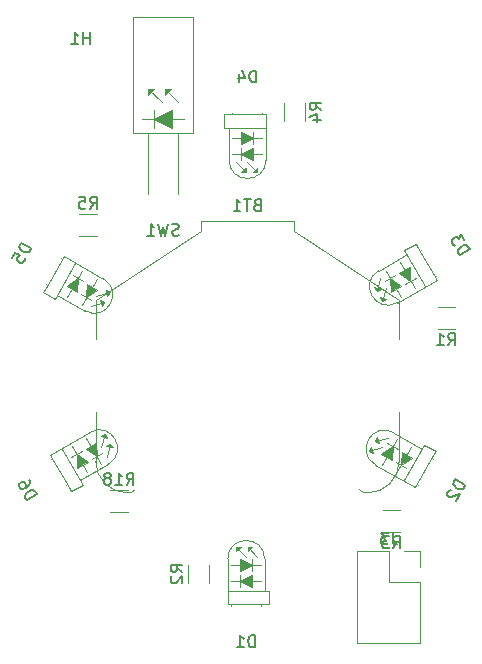
<source format=gbr>
%TF.GenerationSoftware,KiCad,Pcbnew,9.0.4*%
%TF.CreationDate,2025-10-13T15:08:01-05:00*%
%TF.ProjectId,tplane2025,74706c61-6e65-4323-9032-352e6b696361,rev?*%
%TF.SameCoordinates,Original*%
%TF.FileFunction,Legend,Bot*%
%TF.FilePolarity,Positive*%
%FSLAX46Y46*%
G04 Gerber Fmt 4.6, Leading zero omitted, Abs format (unit mm)*
G04 Created by KiCad (PCBNEW 9.0.4) date 2025-10-13 15:08:01*
%MOMM*%
%LPD*%
G01*
G04 APERTURE LIST*
%ADD10C,0.150000*%
%ADD11C,0.120000*%
G04 APERTURE END LIST*
D10*
X148275714Y-64951009D02*
X148132857Y-64998628D01*
X148132857Y-64998628D02*
X148085238Y-65046247D01*
X148085238Y-65046247D02*
X148037619Y-65141485D01*
X148037619Y-65141485D02*
X148037619Y-65284342D01*
X148037619Y-65284342D02*
X148085238Y-65379580D01*
X148085238Y-65379580D02*
X148132857Y-65427200D01*
X148132857Y-65427200D02*
X148228095Y-65474819D01*
X148228095Y-65474819D02*
X148609047Y-65474819D01*
X148609047Y-65474819D02*
X148609047Y-64474819D01*
X148609047Y-64474819D02*
X148275714Y-64474819D01*
X148275714Y-64474819D02*
X148180476Y-64522438D01*
X148180476Y-64522438D02*
X148132857Y-64570057D01*
X148132857Y-64570057D02*
X148085238Y-64665295D01*
X148085238Y-64665295D02*
X148085238Y-64760533D01*
X148085238Y-64760533D02*
X148132857Y-64855771D01*
X148132857Y-64855771D02*
X148180476Y-64903390D01*
X148180476Y-64903390D02*
X148275714Y-64951009D01*
X148275714Y-64951009D02*
X148609047Y-64951009D01*
X147751904Y-64474819D02*
X147180476Y-64474819D01*
X147466190Y-65474819D02*
X147466190Y-64474819D01*
X146323333Y-65474819D02*
X146894761Y-65474819D01*
X146609047Y-65474819D02*
X146609047Y-64474819D01*
X146609047Y-64474819D02*
X146704285Y-64617676D01*
X146704285Y-64617676D02*
X146799523Y-64712914D01*
X146799523Y-64712914D02*
X146894761Y-64760533D01*
X137252857Y-88684819D02*
X137586190Y-88208628D01*
X137824285Y-88684819D02*
X137824285Y-87684819D01*
X137824285Y-87684819D02*
X137443333Y-87684819D01*
X137443333Y-87684819D02*
X137348095Y-87732438D01*
X137348095Y-87732438D02*
X137300476Y-87780057D01*
X137300476Y-87780057D02*
X137252857Y-87875295D01*
X137252857Y-87875295D02*
X137252857Y-88018152D01*
X137252857Y-88018152D02*
X137300476Y-88113390D01*
X137300476Y-88113390D02*
X137348095Y-88161009D01*
X137348095Y-88161009D02*
X137443333Y-88208628D01*
X137443333Y-88208628D02*
X137824285Y-88208628D01*
X136300476Y-88684819D02*
X136871904Y-88684819D01*
X136586190Y-88684819D02*
X136586190Y-87684819D01*
X136586190Y-87684819D02*
X136681428Y-87827676D01*
X136681428Y-87827676D02*
X136776666Y-87922914D01*
X136776666Y-87922914D02*
X136871904Y-87970533D01*
X135729047Y-88113390D02*
X135824285Y-88065771D01*
X135824285Y-88065771D02*
X135871904Y-88018152D01*
X135871904Y-88018152D02*
X135919523Y-87922914D01*
X135919523Y-87922914D02*
X135919523Y-87875295D01*
X135919523Y-87875295D02*
X135871904Y-87780057D01*
X135871904Y-87780057D02*
X135824285Y-87732438D01*
X135824285Y-87732438D02*
X135729047Y-87684819D01*
X135729047Y-87684819D02*
X135538571Y-87684819D01*
X135538571Y-87684819D02*
X135443333Y-87732438D01*
X135443333Y-87732438D02*
X135395714Y-87780057D01*
X135395714Y-87780057D02*
X135348095Y-87875295D01*
X135348095Y-87875295D02*
X135348095Y-87922914D01*
X135348095Y-87922914D02*
X135395714Y-88018152D01*
X135395714Y-88018152D02*
X135443333Y-88065771D01*
X135443333Y-88065771D02*
X135538571Y-88113390D01*
X135538571Y-88113390D02*
X135729047Y-88113390D01*
X135729047Y-88113390D02*
X135824285Y-88161009D01*
X135824285Y-88161009D02*
X135871904Y-88208628D01*
X135871904Y-88208628D02*
X135919523Y-88303866D01*
X135919523Y-88303866D02*
X135919523Y-88494342D01*
X135919523Y-88494342D02*
X135871904Y-88589580D01*
X135871904Y-88589580D02*
X135824285Y-88637200D01*
X135824285Y-88637200D02*
X135729047Y-88684819D01*
X135729047Y-88684819D02*
X135538571Y-88684819D01*
X135538571Y-88684819D02*
X135443333Y-88637200D01*
X135443333Y-88637200D02*
X135395714Y-88589580D01*
X135395714Y-88589580D02*
X135348095Y-88494342D01*
X135348095Y-88494342D02*
X135348095Y-88303866D01*
X135348095Y-88303866D02*
X135395714Y-88208628D01*
X135395714Y-88208628D02*
X135443333Y-88161009D01*
X135443333Y-88161009D02*
X135538571Y-88113390D01*
X141673332Y-67527200D02*
X141530475Y-67574819D01*
X141530475Y-67574819D02*
X141292380Y-67574819D01*
X141292380Y-67574819D02*
X141197142Y-67527200D01*
X141197142Y-67527200D02*
X141149523Y-67479580D01*
X141149523Y-67479580D02*
X141101904Y-67384342D01*
X141101904Y-67384342D02*
X141101904Y-67289104D01*
X141101904Y-67289104D02*
X141149523Y-67193866D01*
X141149523Y-67193866D02*
X141197142Y-67146247D01*
X141197142Y-67146247D02*
X141292380Y-67098628D01*
X141292380Y-67098628D02*
X141482856Y-67051009D01*
X141482856Y-67051009D02*
X141578094Y-67003390D01*
X141578094Y-67003390D02*
X141625713Y-66955771D01*
X141625713Y-66955771D02*
X141673332Y-66860533D01*
X141673332Y-66860533D02*
X141673332Y-66765295D01*
X141673332Y-66765295D02*
X141625713Y-66670057D01*
X141625713Y-66670057D02*
X141578094Y-66622438D01*
X141578094Y-66622438D02*
X141482856Y-66574819D01*
X141482856Y-66574819D02*
X141244761Y-66574819D01*
X141244761Y-66574819D02*
X141101904Y-66622438D01*
X140768570Y-66574819D02*
X140530475Y-67574819D01*
X140530475Y-67574819D02*
X140339999Y-66860533D01*
X140339999Y-66860533D02*
X140149523Y-67574819D01*
X140149523Y-67574819D02*
X139911428Y-66574819D01*
X139006666Y-67574819D02*
X139578094Y-67574819D01*
X139292380Y-67574819D02*
X139292380Y-66574819D01*
X139292380Y-66574819D02*
X139387618Y-66717676D01*
X139387618Y-66717676D02*
X139482856Y-66812914D01*
X139482856Y-66812914D02*
X139578094Y-66860533D01*
X128812752Y-89966765D02*
X129678777Y-89466765D01*
X129678777Y-89466765D02*
X129559730Y-89260568D01*
X129559730Y-89260568D02*
X129447062Y-89160660D01*
X129447062Y-89160660D02*
X129316964Y-89125800D01*
X129316964Y-89125800D02*
X129210676Y-89132180D01*
X129210676Y-89132180D02*
X129021909Y-89186179D01*
X129021909Y-89186179D02*
X128898191Y-89257607D01*
X128898191Y-89257607D02*
X128757044Y-89394085D01*
X128757044Y-89394085D02*
X128698375Y-89482943D01*
X128698375Y-89482943D02*
X128663515Y-89613041D01*
X128663515Y-89613041D02*
X128693704Y-89760568D01*
X128693704Y-89760568D02*
X128812752Y-89966765D01*
X128964492Y-88229586D02*
X129059730Y-88394543D01*
X129059730Y-88394543D02*
X129066110Y-88500831D01*
X129066110Y-88500831D02*
X129048680Y-88565880D01*
X129048680Y-88565880D02*
X128972581Y-88719787D01*
X128972581Y-88719787D02*
X128831433Y-88856264D01*
X128831433Y-88856264D02*
X128501519Y-89046741D01*
X128501519Y-89046741D02*
X128395231Y-89053120D01*
X128395231Y-89053120D02*
X128330182Y-89035691D01*
X128330182Y-89035691D02*
X128241323Y-88977022D01*
X128241323Y-88977022D02*
X128146085Y-88812064D01*
X128146085Y-88812064D02*
X128139706Y-88705776D01*
X128139706Y-88705776D02*
X128157135Y-88640727D01*
X128157135Y-88640727D02*
X128215804Y-88551869D01*
X128215804Y-88551869D02*
X128422001Y-88432821D01*
X128422001Y-88432821D02*
X128528289Y-88426442D01*
X128528289Y-88426442D02*
X128593338Y-88443871D01*
X128593338Y-88443871D02*
X128682196Y-88502540D01*
X128682196Y-88502540D02*
X128777434Y-88667498D01*
X128777434Y-88667498D02*
X128783814Y-88773786D01*
X128783814Y-88773786D02*
X128766384Y-88838835D01*
X128766384Y-88838835D02*
X128707715Y-88927693D01*
X134154166Y-65294819D02*
X134487499Y-64818628D01*
X134725594Y-65294819D02*
X134725594Y-64294819D01*
X134725594Y-64294819D02*
X134344642Y-64294819D01*
X134344642Y-64294819D02*
X134249404Y-64342438D01*
X134249404Y-64342438D02*
X134201785Y-64390057D01*
X134201785Y-64390057D02*
X134154166Y-64485295D01*
X134154166Y-64485295D02*
X134154166Y-64628152D01*
X134154166Y-64628152D02*
X134201785Y-64723390D01*
X134201785Y-64723390D02*
X134249404Y-64771009D01*
X134249404Y-64771009D02*
X134344642Y-64818628D01*
X134344642Y-64818628D02*
X134725594Y-64818628D01*
X133249404Y-64294819D02*
X133725594Y-64294819D01*
X133725594Y-64294819D02*
X133773213Y-64771009D01*
X133773213Y-64771009D02*
X133725594Y-64723390D01*
X133725594Y-64723390D02*
X133630356Y-64675771D01*
X133630356Y-64675771D02*
X133392261Y-64675771D01*
X133392261Y-64675771D02*
X133297023Y-64723390D01*
X133297023Y-64723390D02*
X133249404Y-64771009D01*
X133249404Y-64771009D02*
X133201785Y-64866247D01*
X133201785Y-64866247D02*
X133201785Y-65104342D01*
X133201785Y-65104342D02*
X133249404Y-65199580D01*
X133249404Y-65199580D02*
X133297023Y-65247200D01*
X133297023Y-65247200D02*
X133392261Y-65294819D01*
X133392261Y-65294819D02*
X133630356Y-65294819D01*
X133630356Y-65294819D02*
X133725594Y-65247200D01*
X133725594Y-65247200D02*
X133773213Y-65199580D01*
X165449094Y-69246798D02*
X166315119Y-68746798D01*
X166315119Y-68746798D02*
X166196072Y-68540601D01*
X166196072Y-68540601D02*
X166083404Y-68440693D01*
X166083404Y-68440693D02*
X165953306Y-68405833D01*
X165953306Y-68405833D02*
X165847018Y-68412213D01*
X165847018Y-68412213D02*
X165658251Y-68466212D01*
X165658251Y-68466212D02*
X165534533Y-68537640D01*
X165534533Y-68537640D02*
X165393386Y-68674118D01*
X165393386Y-68674118D02*
X165334717Y-68762976D01*
X165334717Y-68762976D02*
X165299857Y-68893074D01*
X165299857Y-68893074D02*
X165330046Y-69040601D01*
X165330046Y-69040601D02*
X165449094Y-69246798D01*
X165862738Y-67963251D02*
X165553215Y-67427140D01*
X165553215Y-67427140D02*
X165389967Y-67906291D01*
X165389967Y-67906291D02*
X165318538Y-67782573D01*
X165318538Y-67782573D02*
X165229680Y-67723904D01*
X165229680Y-67723904D02*
X165164631Y-67706475D01*
X165164631Y-67706475D02*
X165058343Y-67712854D01*
X165058343Y-67712854D02*
X164852146Y-67831902D01*
X164852146Y-67831902D02*
X164793477Y-67920760D01*
X164793477Y-67920760D02*
X164776048Y-67985809D01*
X164776048Y-67985809D02*
X164782427Y-68092097D01*
X164782427Y-68092097D02*
X164925285Y-68339533D01*
X164925285Y-68339533D02*
X165014143Y-68398202D01*
X165014143Y-68398202D02*
X165079192Y-68415632D01*
X148118094Y-102434819D02*
X148118094Y-101434819D01*
X148118094Y-101434819D02*
X147879999Y-101434819D01*
X147879999Y-101434819D02*
X147737142Y-101482438D01*
X147737142Y-101482438D02*
X147641904Y-101577676D01*
X147641904Y-101577676D02*
X147594285Y-101672914D01*
X147594285Y-101672914D02*
X147546666Y-101863390D01*
X147546666Y-101863390D02*
X147546666Y-102006247D01*
X147546666Y-102006247D02*
X147594285Y-102196723D01*
X147594285Y-102196723D02*
X147641904Y-102291961D01*
X147641904Y-102291961D02*
X147737142Y-102387200D01*
X147737142Y-102387200D02*
X147879999Y-102434819D01*
X147879999Y-102434819D02*
X148118094Y-102434819D01*
X146594285Y-102434819D02*
X147165713Y-102434819D01*
X146879999Y-102434819D02*
X146879999Y-101434819D01*
X146879999Y-101434819D02*
X146975237Y-101577676D01*
X146975237Y-101577676D02*
X147070475Y-101672914D01*
X147070475Y-101672914D02*
X147165713Y-101720533D01*
X159829166Y-94034819D02*
X160162499Y-93558628D01*
X160400594Y-94034819D02*
X160400594Y-93034819D01*
X160400594Y-93034819D02*
X160019642Y-93034819D01*
X160019642Y-93034819D02*
X159924404Y-93082438D01*
X159924404Y-93082438D02*
X159876785Y-93130057D01*
X159876785Y-93130057D02*
X159829166Y-93225295D01*
X159829166Y-93225295D02*
X159829166Y-93368152D01*
X159829166Y-93368152D02*
X159876785Y-93463390D01*
X159876785Y-93463390D02*
X159924404Y-93511009D01*
X159924404Y-93511009D02*
X160019642Y-93558628D01*
X160019642Y-93558628D02*
X160400594Y-93558628D01*
X159495832Y-93034819D02*
X158876785Y-93034819D01*
X158876785Y-93034819D02*
X159210118Y-93415771D01*
X159210118Y-93415771D02*
X159067261Y-93415771D01*
X159067261Y-93415771D02*
X158972023Y-93463390D01*
X158972023Y-93463390D02*
X158924404Y-93511009D01*
X158924404Y-93511009D02*
X158876785Y-93606247D01*
X158876785Y-93606247D02*
X158876785Y-93844342D01*
X158876785Y-93844342D02*
X158924404Y-93939580D01*
X158924404Y-93939580D02*
X158972023Y-93987200D01*
X158972023Y-93987200D02*
X159067261Y-94034819D01*
X159067261Y-94034819D02*
X159352975Y-94034819D01*
X159352975Y-94034819D02*
X159448213Y-93987200D01*
X159448213Y-93987200D02*
X159495832Y-93939580D01*
X164479166Y-76854819D02*
X164812499Y-76378628D01*
X165050594Y-76854819D02*
X165050594Y-75854819D01*
X165050594Y-75854819D02*
X164669642Y-75854819D01*
X164669642Y-75854819D02*
X164574404Y-75902438D01*
X164574404Y-75902438D02*
X164526785Y-75950057D01*
X164526785Y-75950057D02*
X164479166Y-76045295D01*
X164479166Y-76045295D02*
X164479166Y-76188152D01*
X164479166Y-76188152D02*
X164526785Y-76283390D01*
X164526785Y-76283390D02*
X164574404Y-76331009D01*
X164574404Y-76331009D02*
X164669642Y-76378628D01*
X164669642Y-76378628D02*
X165050594Y-76378628D01*
X163526785Y-76854819D02*
X164098213Y-76854819D01*
X163812499Y-76854819D02*
X163812499Y-75854819D01*
X163812499Y-75854819D02*
X163907737Y-75997676D01*
X163907737Y-75997676D02*
X164002975Y-76092914D01*
X164002975Y-76092914D02*
X164098213Y-76140533D01*
X159773333Y-92724819D02*
X159773333Y-93439104D01*
X159773333Y-93439104D02*
X159820952Y-93581961D01*
X159820952Y-93581961D02*
X159916190Y-93677200D01*
X159916190Y-93677200D02*
X160059047Y-93724819D01*
X160059047Y-93724819D02*
X160154285Y-93724819D01*
X159392380Y-92724819D02*
X158773333Y-92724819D01*
X158773333Y-92724819D02*
X159106666Y-93105771D01*
X159106666Y-93105771D02*
X158963809Y-93105771D01*
X158963809Y-93105771D02*
X158868571Y-93153390D01*
X158868571Y-93153390D02*
X158820952Y-93201009D01*
X158820952Y-93201009D02*
X158773333Y-93296247D01*
X158773333Y-93296247D02*
X158773333Y-93534342D01*
X158773333Y-93534342D02*
X158820952Y-93629580D01*
X158820952Y-93629580D02*
X158868571Y-93677200D01*
X158868571Y-93677200D02*
X158963809Y-93724819D01*
X158963809Y-93724819D02*
X159249523Y-93724819D01*
X159249523Y-93724819D02*
X159344761Y-93677200D01*
X159344761Y-93677200D02*
X159392380Y-93629580D01*
X148228094Y-54599819D02*
X148228094Y-53599819D01*
X148228094Y-53599819D02*
X147989999Y-53599819D01*
X147989999Y-53599819D02*
X147847142Y-53647438D01*
X147847142Y-53647438D02*
X147751904Y-53742676D01*
X147751904Y-53742676D02*
X147704285Y-53837914D01*
X147704285Y-53837914D02*
X147656666Y-54028390D01*
X147656666Y-54028390D02*
X147656666Y-54171247D01*
X147656666Y-54171247D02*
X147704285Y-54361723D01*
X147704285Y-54361723D02*
X147751904Y-54456961D01*
X147751904Y-54456961D02*
X147847142Y-54552200D01*
X147847142Y-54552200D02*
X147989999Y-54599819D01*
X147989999Y-54599819D02*
X148228094Y-54599819D01*
X146799523Y-53933152D02*
X146799523Y-54599819D01*
X147037618Y-53552200D02*
X147275713Y-54266485D01*
X147275713Y-54266485D02*
X146656666Y-54266485D01*
X134161904Y-51374819D02*
X134161904Y-50374819D01*
X134161904Y-50851009D02*
X133590476Y-50851009D01*
X133590476Y-51374819D02*
X133590476Y-50374819D01*
X132590476Y-51374819D02*
X133161904Y-51374819D01*
X132876190Y-51374819D02*
X132876190Y-50374819D01*
X132876190Y-50374819D02*
X132971428Y-50517676D01*
X132971428Y-50517676D02*
X133066666Y-50612914D01*
X133066666Y-50612914D02*
X133161904Y-50660533D01*
X141984819Y-96055833D02*
X141508628Y-95722500D01*
X141984819Y-95484405D02*
X140984819Y-95484405D01*
X140984819Y-95484405D02*
X140984819Y-95865357D01*
X140984819Y-95865357D02*
X141032438Y-95960595D01*
X141032438Y-95960595D02*
X141080057Y-96008214D01*
X141080057Y-96008214D02*
X141175295Y-96055833D01*
X141175295Y-96055833D02*
X141318152Y-96055833D01*
X141318152Y-96055833D02*
X141413390Y-96008214D01*
X141413390Y-96008214D02*
X141461009Y-95960595D01*
X141461009Y-95960595D02*
X141508628Y-95865357D01*
X141508628Y-95865357D02*
X141508628Y-95484405D01*
X141080057Y-96436786D02*
X141032438Y-96484405D01*
X141032438Y-96484405D02*
X140984819Y-96579643D01*
X140984819Y-96579643D02*
X140984819Y-96817738D01*
X140984819Y-96817738D02*
X141032438Y-96912976D01*
X141032438Y-96912976D02*
X141080057Y-96960595D01*
X141080057Y-96960595D02*
X141175295Y-97008214D01*
X141175295Y-97008214D02*
X141270533Y-97008214D01*
X141270533Y-97008214D02*
X141413390Y-96960595D01*
X141413390Y-96960595D02*
X141984819Y-96389167D01*
X141984819Y-96389167D02*
X141984819Y-97008214D01*
X165946864Y-88713380D02*
X165080838Y-88213380D01*
X165080838Y-88213380D02*
X164961791Y-88419577D01*
X164961791Y-88419577D02*
X164931601Y-88567104D01*
X164931601Y-88567104D02*
X164966461Y-88697202D01*
X164966461Y-88697202D02*
X165025130Y-88786060D01*
X165025130Y-88786060D02*
X165166278Y-88922538D01*
X165166278Y-88922538D02*
X165289996Y-88993966D01*
X165289996Y-88993966D02*
X165478762Y-89047965D01*
X165478762Y-89047965D02*
X165585051Y-89054345D01*
X165585051Y-89054345D02*
X165715148Y-89019485D01*
X165715148Y-89019485D02*
X165827816Y-88919577D01*
X165827816Y-88919577D02*
X165946864Y-88713380D01*
X164687126Y-89085785D02*
X164622078Y-89103215D01*
X164622078Y-89103215D02*
X164533219Y-89161884D01*
X164533219Y-89161884D02*
X164414172Y-89368081D01*
X164414172Y-89368081D02*
X164407792Y-89474369D01*
X164407792Y-89474369D02*
X164425222Y-89539418D01*
X164425222Y-89539418D02*
X164483891Y-89628276D01*
X164483891Y-89628276D02*
X164566369Y-89675895D01*
X164566369Y-89675895D02*
X164713897Y-89706084D01*
X164713897Y-89706084D02*
X165494483Y-89496927D01*
X165494483Y-89496927D02*
X165184959Y-90033038D01*
X129189001Y-68663021D02*
X128322975Y-68163021D01*
X128322975Y-68163021D02*
X128203928Y-68369218D01*
X128203928Y-68369218D02*
X128173738Y-68516745D01*
X128173738Y-68516745D02*
X128208598Y-68646843D01*
X128208598Y-68646843D02*
X128267267Y-68735701D01*
X128267267Y-68735701D02*
X128408415Y-68872179D01*
X128408415Y-68872179D02*
X128532133Y-68943607D01*
X128532133Y-68943607D02*
X128720899Y-68997606D01*
X128720899Y-68997606D02*
X128827188Y-69003986D01*
X128827188Y-69003986D02*
X128957285Y-68969126D01*
X128957285Y-68969126D02*
X129069953Y-68869218D01*
X129069953Y-68869218D02*
X129189001Y-68663021D01*
X127584880Y-69441440D02*
X127822975Y-69029047D01*
X127822975Y-69029047D02*
X128259178Y-69225903D01*
X128259178Y-69225903D02*
X128194129Y-69243332D01*
X128194129Y-69243332D02*
X128105271Y-69302001D01*
X128105271Y-69302001D02*
X127986223Y-69508198D01*
X127986223Y-69508198D02*
X127979843Y-69614486D01*
X127979843Y-69614486D02*
X127997273Y-69679535D01*
X127997273Y-69679535D02*
X128055942Y-69768393D01*
X128055942Y-69768393D02*
X128262139Y-69887441D01*
X128262139Y-69887441D02*
X128368427Y-69893821D01*
X128368427Y-69893821D02*
X128433476Y-69876391D01*
X128433476Y-69876391D02*
X128522334Y-69817722D01*
X128522334Y-69817722D02*
X128641382Y-69611525D01*
X128641382Y-69611525D02*
X128647761Y-69505237D01*
X128647761Y-69505237D02*
X128630332Y-69440188D01*
X153744819Y-56940833D02*
X153268628Y-56607500D01*
X153744819Y-56369405D02*
X152744819Y-56369405D01*
X152744819Y-56369405D02*
X152744819Y-56750357D01*
X152744819Y-56750357D02*
X152792438Y-56845595D01*
X152792438Y-56845595D02*
X152840057Y-56893214D01*
X152840057Y-56893214D02*
X152935295Y-56940833D01*
X152935295Y-56940833D02*
X153078152Y-56940833D01*
X153078152Y-56940833D02*
X153173390Y-56893214D01*
X153173390Y-56893214D02*
X153221009Y-56845595D01*
X153221009Y-56845595D02*
X153268628Y-56750357D01*
X153268628Y-56750357D02*
X153268628Y-56369405D01*
X153078152Y-57797976D02*
X153744819Y-57797976D01*
X152697200Y-57559881D02*
X153411485Y-57321786D01*
X153411485Y-57321786D02*
X153411485Y-57940833D01*
D11*
%TO.C,BT1*%
X134640000Y-73020000D02*
X134640000Y-76320000D01*
X134640000Y-82520000D02*
X134640000Y-86720000D01*
X143540000Y-66370000D02*
X143540000Y-67170000D01*
X143540000Y-67170000D02*
X134640000Y-73020000D01*
X151440000Y-66370000D02*
X143540000Y-66370000D01*
X151440000Y-66370000D02*
X151440000Y-67170000D01*
X151440000Y-67170000D02*
X160340000Y-73020000D01*
X160340000Y-73020000D02*
X160340000Y-76320000D01*
X160340000Y-82520000D02*
X160340000Y-86720000D01*
X137340000Y-89370000D02*
G75*
G02*
X134640000Y-86670000I0J2700000D01*
G01*
X138011751Y-89091751D02*
G75*
G02*
X137340000Y-89369999I-671751J671751D01*
G01*
X157640000Y-89370000D02*
G75*
G02*
X156968249Y-89091751I2J950003D01*
G01*
X160340000Y-86670000D02*
G75*
G02*
X157640000Y-89370000I-2700001J1D01*
G01*
%TO.C,R18*%
X137337064Y-89150000D02*
X135882936Y-89150000D01*
X137337064Y-90970000D02*
X135882936Y-90970000D01*
%TO.C,SW1*%
X137780000Y-49050000D02*
X142900000Y-49050000D01*
X137780000Y-58870000D02*
X137780000Y-49050000D01*
X139070000Y-58870000D02*
X139070000Y-58870000D01*
X139070000Y-58870000D02*
X139070000Y-64080000D01*
X139070000Y-64080000D02*
X139070000Y-58870000D01*
X139070000Y-64080000D02*
X139070000Y-64080000D01*
X139578000Y-57667000D02*
X138562000Y-57667000D01*
X139578000Y-58429000D02*
X139578000Y-56905000D01*
X140213000Y-56270000D02*
X139070000Y-55127000D01*
X141610000Y-56270000D02*
X140467000Y-55127000D01*
X141610000Y-58870000D02*
X141610000Y-58870000D01*
X141610000Y-58870000D02*
X141610000Y-64080000D01*
X141610000Y-64080000D02*
X141610000Y-58870000D01*
X141610000Y-64080000D02*
X141610000Y-64080000D01*
X142118000Y-57667000D02*
X141102000Y-57667000D01*
X142900000Y-49050000D02*
X142900000Y-58870000D01*
X142900000Y-58870000D02*
X137780000Y-58870000D01*
X139070000Y-55635000D02*
X139070000Y-55127000D01*
X139578000Y-55127000D01*
X139070000Y-55635000D01*
G36*
X139070000Y-55635000D02*
G01*
X139070000Y-55127000D01*
X139578000Y-55127000D01*
X139070000Y-55635000D01*
G37*
X140467000Y-55635000D02*
X140467000Y-55127000D01*
X140975000Y-55127000D01*
X140467000Y-55635000D01*
G36*
X140467000Y-55635000D02*
G01*
X140467000Y-55127000D01*
X140975000Y-55127000D01*
X140467000Y-55635000D01*
G37*
X141102000Y-58429000D02*
X139578000Y-57667000D01*
X141102000Y-56905000D01*
X141102000Y-58429000D01*
G36*
X141102000Y-58429000D02*
G01*
X139578000Y-57667000D01*
X141102000Y-56905000D01*
X141102000Y-58429000D01*
G37*
%TO.C,D6*%
X130802891Y-86164148D02*
X132362891Y-88866147D01*
X130802891Y-86164148D02*
X134145749Y-84234148D01*
X130835307Y-86480295D02*
X130835307Y-86480295D01*
X130835307Y-86480295D02*
X130947891Y-86415295D01*
X130947891Y-86415295D02*
X130835307Y-86480295D01*
X130947891Y-86415295D02*
X130947891Y-86415295D01*
X132105308Y-88680000D02*
X132105308Y-88680000D01*
X132105308Y-88680000D02*
X132217891Y-88615000D01*
X132217891Y-88615000D02*
X132105308Y-88680000D01*
X132217891Y-88615000D02*
X132217891Y-88615000D01*
X132362891Y-88866147D02*
X132562891Y-89212557D01*
X132562891Y-89212557D02*
X133532839Y-88652557D01*
X132590690Y-86346706D02*
X133470571Y-85838705D01*
X133332839Y-88306147D02*
X135705749Y-86936147D01*
X133532839Y-88652557D02*
X131790839Y-85635325D01*
X133859468Y-84734295D02*
X135129468Y-86934000D01*
X133919632Y-87632499D02*
X132649631Y-85432795D01*
X135099387Y-85484897D02*
X135401541Y-84357243D01*
X135188409Y-86020088D02*
X134308527Y-86528088D01*
X135575637Y-86309786D02*
X135877791Y-85182132D01*
X134145749Y-84234148D02*
G75*
G02*
X135705749Y-86936146I780000J-1350999D01*
G01*
X134748468Y-86274088D02*
X133800527Y-85648206D01*
X134680409Y-85140206D01*
X134748468Y-86274088D01*
G36*
X134748468Y-86274088D02*
G01*
X133800527Y-85648206D01*
X134680409Y-85140206D01*
X134748468Y-86274088D01*
G37*
X133978572Y-86718588D02*
X133098690Y-87226588D01*
X133030631Y-86092706D01*
X133978572Y-86718588D01*
G36*
X133978572Y-86718588D02*
G01*
X133098690Y-87226588D01*
X133030631Y-86092706D01*
X133978572Y-86718588D01*
G37*
X135592041Y-84687199D02*
X135071585Y-84547743D01*
X135401541Y-84357243D01*
X135592041Y-84687199D01*
G36*
X135592041Y-84687199D02*
G01*
X135071585Y-84547743D01*
X135401541Y-84357243D01*
X135592041Y-84687199D01*
G37*
X136068291Y-85512088D02*
X135547835Y-85372632D01*
X135877791Y-85182132D01*
X136068291Y-85512088D01*
G36*
X136068291Y-85512088D02*
G01*
X135547835Y-85372632D01*
X135877791Y-85182132D01*
X136068291Y-85512088D01*
G37*
%TO.C,R5*%
X134714564Y-65760000D02*
X133260436Y-65760000D01*
X134714564Y-67580000D02*
X133260436Y-67580000D01*
%TO.C,D3*%
X158735885Y-71170541D02*
X158433731Y-72298195D01*
X159123113Y-71460239D02*
X160002995Y-70952239D01*
X159212135Y-71995430D02*
X158909981Y-73123084D01*
X160391891Y-69847827D02*
X161661891Y-72047532D01*
X160452054Y-72746032D02*
X159182054Y-70546327D01*
X160778683Y-68827770D02*
X162520683Y-71845002D01*
X160978683Y-69174180D02*
X158605773Y-70544180D01*
X161720832Y-71133621D02*
X160840950Y-71641621D01*
X161748631Y-68267770D02*
X160778683Y-68827770D01*
X161948631Y-68614180D02*
X161748631Y-68267770D01*
X162093631Y-68865327D02*
X162093631Y-68865327D01*
X162093631Y-68865327D02*
X162206215Y-68800327D01*
X162206215Y-68800327D02*
X162093631Y-68865327D01*
X162206215Y-68800327D02*
X162206215Y-68800327D01*
X163363631Y-71065032D02*
X163363631Y-71065032D01*
X163363631Y-71065032D02*
X163476215Y-71000032D01*
X163476215Y-71000032D02*
X163363631Y-71065032D01*
X163476215Y-71000032D02*
X163476215Y-71000032D01*
X163508631Y-71316179D02*
X160165773Y-73246179D01*
X163508631Y-71316179D02*
X161948631Y-68614180D01*
X160165773Y-73246179D02*
G75*
G02*
X158605773Y-70544181I-780000J1350999D01*
G01*
X158763687Y-72107695D02*
X158433731Y-72298195D01*
X158243231Y-71968239D01*
X158763687Y-72107695D01*
G36*
X158763687Y-72107695D02*
G01*
X158433731Y-72298195D01*
X158243231Y-71968239D01*
X158763687Y-72107695D01*
G37*
X159239937Y-72932584D02*
X158909981Y-73123084D01*
X158719481Y-72793128D01*
X159239937Y-72932584D01*
G36*
X159239937Y-72932584D02*
G01*
X158909981Y-73123084D01*
X158719481Y-72793128D01*
X159239937Y-72932584D01*
G37*
X161280891Y-71387621D02*
X160332950Y-70761739D01*
X161212832Y-70253739D01*
X161280891Y-71387621D01*
G36*
X161280891Y-71387621D02*
G01*
X160332950Y-70761739D01*
X161212832Y-70253739D01*
X161280891Y-71387621D01*
G37*
X160510995Y-71832121D02*
X159631113Y-72340121D01*
X159563054Y-71206239D01*
X160510995Y-71832121D01*
G36*
X160510995Y-71832121D02*
G01*
X159631113Y-72340121D01*
X159563054Y-71206239D01*
X160510995Y-71832121D01*
G37*
%TO.C,D1*%
X145820000Y-98810000D02*
X145820000Y-94950000D01*
X145820000Y-98810000D02*
X148940000Y-98810000D01*
X146110000Y-95448000D02*
X148650000Y-95448000D01*
X146110000Y-98810000D02*
X146110000Y-98810000D01*
X146110000Y-98810000D02*
X146110000Y-98940000D01*
X146110000Y-98940000D02*
X146110000Y-98810000D01*
X146110000Y-98940000D02*
X146110000Y-98940000D01*
X146872000Y-97353000D02*
X146872000Y-96336999D01*
X147380000Y-94749500D02*
X146554500Y-93924000D01*
X147888000Y-94940000D02*
X147888000Y-95956000D01*
X148332500Y-94749500D02*
X147507000Y-93924000D01*
X148650000Y-98940001D02*
X148650000Y-98940001D01*
X148650000Y-98940001D02*
X148650001Y-98810000D01*
X148650001Y-96845000D02*
X146110000Y-96845000D01*
X148650001Y-98810000D02*
X148650000Y-98940001D01*
X148650001Y-98810000D02*
X148650001Y-98810000D01*
X148940000Y-97690000D02*
X148940000Y-94950000D01*
X148940000Y-98810000D02*
X149340000Y-98810000D01*
X149340000Y-97690000D02*
X145856000Y-97690000D01*
X149340000Y-98810000D02*
X149340000Y-97690000D01*
X145820000Y-94950000D02*
G75*
G02*
X148940000Y-94950000I1560000J0D01*
G01*
X146554500Y-94305000D02*
X146554500Y-93924000D01*
X146935500Y-93924000D01*
X146554500Y-94305000D01*
G36*
X146554500Y-94305000D02*
G01*
X146554500Y-93924000D01*
X146935500Y-93924000D01*
X146554500Y-94305000D01*
G37*
X147888000Y-95448000D02*
X146872000Y-95956000D01*
X146872000Y-94940000D01*
X147888000Y-95448000D01*
G36*
X147888000Y-95448000D02*
G01*
X146872000Y-95956000D01*
X146872000Y-94940000D01*
X147888000Y-95448000D01*
G37*
X147506999Y-94305000D02*
X147507000Y-93924000D01*
X147888000Y-93924000D01*
X147506999Y-94305000D01*
G36*
X147506999Y-94305000D02*
G01*
X147507000Y-93924000D01*
X147888000Y-93924000D01*
X147506999Y-94305000D01*
G37*
X147888000Y-97353000D02*
X146872000Y-96845000D01*
X147888000Y-96337000D01*
X147888000Y-97353000D01*
G36*
X147888000Y-97353000D02*
G01*
X146872000Y-96845000D01*
X147888000Y-96337000D01*
X147888000Y-97353000D01*
G37*
%TO.C,R3*%
X158935436Y-90840000D02*
X160389564Y-90840000D01*
X158935436Y-92660000D02*
X160389564Y-92660000D01*
%TO.C,R1*%
X163585436Y-73660000D02*
X165039564Y-73660000D01*
X163585436Y-75480000D02*
X165039564Y-75480000D01*
%TO.C,J3*%
X156790000Y-94270000D02*
X156790000Y-102110000D01*
X159440000Y-94270000D02*
X156790000Y-94270000D01*
X159440000Y-96920000D02*
X159440000Y-94270000D01*
X162090000Y-94270000D02*
X160710000Y-94270000D01*
X162090000Y-95650000D02*
X162090000Y-94270000D01*
X162090000Y-96920000D02*
X159440000Y-96920000D01*
X162090000Y-96920000D02*
X162090000Y-102110000D01*
X162090000Y-102110000D02*
X156790000Y-102110000D01*
%TO.C,D4*%
X145530000Y-57315000D02*
X145530000Y-58435000D01*
X145530000Y-58435000D02*
X149014000Y-58435000D01*
X145930000Y-57315000D02*
X145530000Y-57315000D01*
X145930000Y-58435000D02*
X145930000Y-61175000D01*
X146220000Y-57185000D02*
X146220000Y-57185000D01*
X146220000Y-57185000D02*
X146220000Y-57315000D01*
X146220000Y-57315000D02*
X146220000Y-57185000D01*
X146220000Y-57315000D02*
X146220000Y-57315000D01*
X146220000Y-59280000D02*
X148760000Y-59280000D01*
X146537500Y-61375500D02*
X147363000Y-62201000D01*
X146982000Y-61185000D02*
X146982000Y-60169000D01*
X147490000Y-61375500D02*
X148315500Y-62201000D01*
X147998000Y-58772000D02*
X147998000Y-59788000D01*
X148760000Y-57185000D02*
X148760000Y-57185000D01*
X148760000Y-57185000D02*
X148760000Y-57315000D01*
X148760000Y-57315000D02*
X148760000Y-57185000D01*
X148760000Y-57315000D02*
X148760000Y-57315000D01*
X148760000Y-60677000D02*
X146220000Y-60677000D01*
X149050000Y-57315000D02*
X145930000Y-57315000D01*
X149050000Y-57315000D02*
X149050000Y-61175000D01*
X149050000Y-61175000D02*
G75*
G02*
X145930000Y-61175000I-1560000J0D01*
G01*
X147998000Y-59280000D02*
X146982000Y-59788000D01*
X146982000Y-58772000D01*
X147998000Y-59280000D01*
G36*
X147998000Y-59280000D02*
G01*
X146982000Y-59788000D01*
X146982000Y-58772000D01*
X147998000Y-59280000D01*
G37*
X147363000Y-62201000D02*
X146982000Y-62201000D01*
X147363000Y-61820000D01*
X147363000Y-62201000D01*
G36*
X147363000Y-62201000D02*
G01*
X146982000Y-62201000D01*
X147363000Y-61820000D01*
X147363000Y-62201000D01*
G37*
X147998000Y-61185000D02*
X146982000Y-60677000D01*
X147998000Y-60169000D01*
X147998000Y-61185000D01*
G36*
X147998000Y-61185000D02*
G01*
X146982000Y-60677000D01*
X147998000Y-60169000D01*
X147998000Y-61185000D01*
G37*
X148315500Y-62201000D02*
X147934500Y-62201000D01*
X148315500Y-61820000D01*
X148315500Y-62201000D01*
G36*
X148315500Y-62201000D02*
G01*
X147934500Y-62201000D01*
X148315500Y-61820000D01*
X148315500Y-62201000D01*
G37*
%TO.C,R2*%
X142450000Y-95495436D02*
X142450000Y-96949564D01*
X144270000Y-95495436D02*
X144270000Y-96949564D01*
%TO.C,D2*%
X158892054Y-86959032D02*
X160162054Y-84759327D01*
X158922135Y-85509930D02*
X157794481Y-85812084D01*
X159341113Y-85165239D02*
X160220995Y-85673239D01*
X159398385Y-84685041D02*
X158270731Y-84987195D01*
X160922832Y-87251621D02*
X160042950Y-86743622D01*
X161371890Y-85457827D02*
X160101891Y-87657532D01*
X161658631Y-88891179D02*
X158315773Y-86961179D01*
X161658631Y-88891179D02*
X163218631Y-86189180D01*
X161803631Y-88640032D02*
X161803631Y-88640032D01*
X161803631Y-88640032D02*
X161916215Y-88705032D01*
X161916215Y-88705032D02*
X161803631Y-88640032D01*
X161916215Y-88705032D02*
X161916215Y-88705032D01*
X162248683Y-85629180D02*
X159875773Y-84259180D01*
X162448683Y-85282770D02*
X160706683Y-88300002D01*
X163073631Y-86440327D02*
X163073631Y-86440327D01*
X163073631Y-86440327D02*
X163186215Y-86505327D01*
X163186215Y-86505327D02*
X163073631Y-86440327D01*
X163186215Y-86505327D02*
X163186215Y-86505327D01*
X163218631Y-86189180D02*
X163418631Y-85842770D01*
X163418631Y-85842770D02*
X162448683Y-85282770D01*
X158315773Y-86961179D02*
G75*
G02*
X159875773Y-84259180I780001J1350999D01*
G01*
X158124437Y-86002584D02*
X157794481Y-85812084D01*
X157984981Y-85482128D01*
X158124437Y-86002584D01*
G36*
X158124437Y-86002584D02*
G01*
X157794481Y-85812084D01*
X157984981Y-85482128D01*
X158124437Y-86002584D01*
G37*
X158600687Y-85177695D02*
X158270731Y-84987195D01*
X158461231Y-84657239D01*
X158600687Y-85177695D01*
G36*
X158600687Y-85177695D02*
G01*
X158270731Y-84987195D01*
X158461231Y-84657239D01*
X158600687Y-85177695D01*
G37*
X159712995Y-86553121D02*
X158833113Y-86045121D01*
X159781054Y-85419239D01*
X159712995Y-86553121D01*
G36*
X159712995Y-86553121D02*
G01*
X158833113Y-86045121D01*
X159781054Y-85419239D01*
X159712995Y-86553121D01*
G37*
X161430832Y-86371739D02*
X160482891Y-86997621D01*
X160550950Y-85863739D01*
X161430832Y-86371739D01*
G36*
X161430832Y-86371739D02*
G01*
X160482891Y-86997621D01*
X160550950Y-85863739D01*
X161430832Y-86371739D01*
G37*
%TO.C,D5*%
X130191370Y-72357231D02*
X131161318Y-72917231D01*
X130391370Y-72010821D02*
X130191370Y-72357231D01*
X130423786Y-71694673D02*
X130423786Y-71694673D01*
X130423786Y-71694673D02*
X130536369Y-71759674D01*
X130536369Y-71759674D02*
X130423786Y-71694673D01*
X130536369Y-71759674D02*
X130536369Y-71759674D01*
X131161318Y-72917231D02*
X132903318Y-69899999D01*
X131361318Y-72570821D02*
X133734228Y-73940821D01*
X131693786Y-69494969D02*
X131693786Y-69494969D01*
X131693786Y-69494969D02*
X131806370Y-69559969D01*
X131806370Y-69559969D02*
X131693786Y-69494969D01*
X131806370Y-69559969D02*
X131806370Y-69559969D01*
X131951370Y-69308822D02*
X130391370Y-72010821D01*
X131951370Y-69308822D02*
X135294228Y-71238822D01*
X132238109Y-72742174D02*
X133508110Y-70542469D01*
X132687169Y-70948380D02*
X133567051Y-71456381D01*
X134211616Y-73514960D02*
X135339270Y-73212806D01*
X134268888Y-73034762D02*
X133389006Y-72526762D01*
X134687866Y-72690071D02*
X135815520Y-72387917D01*
X134717947Y-71240969D02*
X133447947Y-73440674D01*
X135294228Y-71238822D02*
G75*
G02*
X133734228Y-73940821I-780001J-1350999D01*
G01*
X133059051Y-72336262D02*
X132179169Y-71828262D01*
X133127110Y-71202380D01*
X133059051Y-72336262D01*
G36*
X133059051Y-72336262D02*
G01*
X132179169Y-71828262D01*
X133127110Y-71202380D01*
X133059051Y-72336262D01*
G37*
X134776888Y-72154880D02*
X133828947Y-72780762D01*
X133897006Y-71646880D01*
X134776888Y-72154880D01*
G36*
X134776888Y-72154880D02*
G01*
X133828947Y-72780762D01*
X133897006Y-71646880D01*
X134776888Y-72154880D01*
G37*
X135339270Y-73212806D02*
X135148770Y-73542762D01*
X135009315Y-73022306D01*
X135339270Y-73212806D01*
G36*
X135339270Y-73212806D02*
G01*
X135148770Y-73542762D01*
X135009315Y-73022306D01*
X135339270Y-73212806D01*
G37*
X135815520Y-72387917D02*
X135625020Y-72717873D01*
X135485564Y-72197417D01*
X135815520Y-72387917D01*
G36*
X135815520Y-72387917D02*
G01*
X135625020Y-72717873D01*
X135485564Y-72197417D01*
X135815520Y-72387917D01*
G37*
%TO.C,R4*%
X150550000Y-57834564D02*
X150550000Y-56380436D01*
X152370000Y-57834564D02*
X152370000Y-56380436D01*
%TD*%
M02*

</source>
